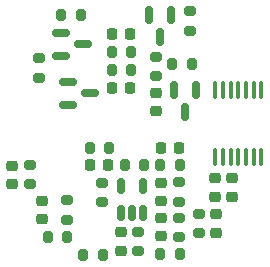
<source format=gbr>
%TF.GenerationSoftware,KiCad,Pcbnew,(6.0.1)*%
%TF.CreationDate,2023-03-20T17:09:28-07:00*%
%TF.ProjectId,NoteDetector,4e6f7465-4465-4746-9563-746f722e6b69,rev?*%
%TF.SameCoordinates,Original*%
%TF.FileFunction,Paste,Top*%
%TF.FilePolarity,Positive*%
%FSLAX46Y46*%
G04 Gerber Fmt 4.6, Leading zero omitted, Abs format (unit mm)*
G04 Created by KiCad (PCBNEW (6.0.1)) date 2023-03-20 17:09:28*
%MOMM*%
%LPD*%
G01*
G04 APERTURE LIST*
G04 Aperture macros list*
%AMRoundRect*
0 Rectangle with rounded corners*
0 $1 Rounding radius*
0 $2 $3 $4 $5 $6 $7 $8 $9 X,Y pos of 4 corners*
0 Add a 4 corners polygon primitive as box body*
4,1,4,$2,$3,$4,$5,$6,$7,$8,$9,$2,$3,0*
0 Add four circle primitives for the rounded corners*
1,1,$1+$1,$2,$3*
1,1,$1+$1,$4,$5*
1,1,$1+$1,$6,$7*
1,1,$1+$1,$8,$9*
0 Add four rect primitives between the rounded corners*
20,1,$1+$1,$2,$3,$4,$5,0*
20,1,$1+$1,$4,$5,$6,$7,0*
20,1,$1+$1,$6,$7,$8,$9,0*
20,1,$1+$1,$8,$9,$2,$3,0*%
G04 Aperture macros list end*
%ADD10RoundRect,0.200000X-0.200000X-0.275000X0.200000X-0.275000X0.200000X0.275000X-0.200000X0.275000X0*%
%ADD11RoundRect,0.200000X0.275000X-0.200000X0.275000X0.200000X-0.275000X0.200000X-0.275000X-0.200000X0*%
%ADD12RoundRect,0.225000X-0.250000X0.225000X-0.250000X-0.225000X0.250000X-0.225000X0.250000X0.225000X0*%
%ADD13RoundRect,0.200000X-0.275000X0.200000X-0.275000X-0.200000X0.275000X-0.200000X0.275000X0.200000X0*%
%ADD14RoundRect,0.225000X0.250000X-0.225000X0.250000X0.225000X-0.250000X0.225000X-0.250000X-0.225000X0*%
%ADD15RoundRect,0.225000X-0.225000X-0.250000X0.225000X-0.250000X0.225000X0.250000X-0.225000X0.250000X0*%
%ADD16RoundRect,0.225000X0.225000X0.250000X-0.225000X0.250000X-0.225000X-0.250000X0.225000X-0.250000X0*%
%ADD17RoundRect,0.200000X0.200000X0.275000X-0.200000X0.275000X-0.200000X-0.275000X0.200000X-0.275000X0*%
%ADD18RoundRect,0.150000X-0.150000X0.587500X-0.150000X-0.587500X0.150000X-0.587500X0.150000X0.587500X0*%
%ADD19RoundRect,0.150000X-0.587500X-0.150000X0.587500X-0.150000X0.587500X0.150000X-0.587500X0.150000X0*%
%ADD20RoundRect,0.150000X0.150000X-0.512500X0.150000X0.512500X-0.150000X0.512500X-0.150000X-0.512500X0*%
%ADD21RoundRect,0.100000X0.100000X-0.637500X0.100000X0.637500X-0.100000X0.637500X-0.100000X-0.637500X0*%
G04 APERTURE END LIST*
D10*
%TO.C,R22*%
X3575000Y5200000D03*
X5225000Y5200000D03*
%TD*%
D11*
%TO.C,R21*%
X5100000Y8025000D03*
X5100000Y9675000D03*
%TD*%
%TO.C,R7*%
X4136384Y-6450000D03*
X4136384Y-4800000D03*
%TD*%
D12*
%TO.C,C8*%
X-813616Y-9050000D03*
X-813616Y-10600000D03*
%TD*%
D10*
%TO.C,R11*%
X-438616Y-3375000D03*
X1211384Y-3375000D03*
%TD*%
D11*
%TO.C,R20*%
X2150000Y4175000D03*
X2150000Y5825000D03*
%TD*%
D13*
%TO.C,R16*%
X-2363616Y-4875000D03*
X-2363616Y-6525000D03*
%TD*%
D14*
%TO.C,C1*%
X-10000000Y-4950000D03*
X-10000000Y-3400000D03*
%TD*%
D15*
%TO.C,C5*%
X-3388616Y-3375000D03*
X-1838616Y-3375000D03*
%TD*%
D13*
%TO.C,R12*%
X5800000Y-7475000D03*
X5800000Y-9125000D03*
%TD*%
D12*
%TO.C,C12*%
X7150000Y-4475000D03*
X7150000Y-6025000D03*
%TD*%
D10*
%TO.C,R17*%
X-4175000Y9350000D03*
X-5825000Y9350000D03*
%TD*%
D11*
%TO.C,R14*%
X686384Y-9000000D03*
X686384Y-10650000D03*
%TD*%
D16*
%TO.C,C7*%
X4161384Y-1875000D03*
X2611384Y-1875000D03*
%TD*%
D17*
%TO.C,R15*%
X-2313616Y-10975000D03*
X-3963616Y-10975000D03*
%TD*%
%TO.C,R18*%
X75000Y4700000D03*
X-1575000Y4700000D03*
%TD*%
D16*
%TO.C,C14*%
X25000Y7700000D03*
X-1525000Y7700000D03*
%TD*%
D12*
%TO.C,C11*%
X8650000Y-4475000D03*
X8650000Y-6025000D03*
%TD*%
D11*
%TO.C,R5*%
X-5338616Y-8000000D03*
X-5338616Y-6350000D03*
%TD*%
%TO.C,R4*%
X-8500000Y-5000000D03*
X-8500000Y-3350000D03*
%TD*%
D14*
%TO.C,C2*%
X-7500000Y-7950000D03*
X-7500000Y-6400000D03*
%TD*%
D10*
%TO.C,R3*%
X-3438616Y-1875000D03*
X-1788616Y-1875000D03*
%TD*%
D12*
%TO.C,C15*%
X2150000Y2775000D03*
X2150000Y1225000D03*
%TD*%
D18*
%TO.C,Q4*%
X3500000Y9387500D03*
X1600000Y9387500D03*
X2550000Y7512500D03*
%TD*%
D14*
%TO.C,C3*%
X2636384Y-6400000D03*
X2636384Y-4850000D03*
%TD*%
D17*
%TO.C,R19*%
X75000Y6200000D03*
X-1575000Y6200000D03*
%TD*%
D19*
%TO.C,Q3*%
X-5887500Y7800000D03*
X-5887500Y5900000D03*
X-4012500Y6850000D03*
%TD*%
D20*
%TO.C,U1*%
X-813616Y-7387500D03*
X136384Y-7387500D03*
X1086384Y-7387500D03*
X1086384Y-5112500D03*
X-813616Y-5112500D03*
%TD*%
D16*
%TO.C,C13*%
X25000Y3200000D03*
X-1525000Y3200000D03*
%TD*%
D11*
%TO.C,R8*%
X4136384Y-9450000D03*
X4136384Y-7800000D03*
%TD*%
D19*
%TO.C,Q2*%
X-5237500Y3650000D03*
X-5237500Y1750000D03*
X-3362500Y2700000D03*
%TD*%
D12*
%TO.C,C6*%
X7300000Y-7525000D03*
X7300000Y-9075000D03*
%TD*%
D10*
%TO.C,R13*%
X2561384Y-3375000D03*
X4211384Y-3375000D03*
%TD*%
D14*
%TO.C,C4*%
X2636384Y-9400000D03*
X2636384Y-7850000D03*
%TD*%
D11*
%TO.C,R1*%
X-7700000Y4025000D03*
X-7700000Y5675000D03*
%TD*%
D17*
%TO.C,R6*%
X4211384Y-10875000D03*
X2561384Y-10875000D03*
%TD*%
D18*
%TO.C,Q1*%
X5600000Y3037500D03*
X3700000Y3037500D03*
X4650000Y1162500D03*
%TD*%
D21*
%TO.C,U2*%
X7200000Y-2712500D03*
X7850000Y-2712500D03*
X8500000Y-2712500D03*
X9150000Y-2712500D03*
X9800000Y-2712500D03*
X10450000Y-2712500D03*
X11100000Y-2712500D03*
X11100000Y3012500D03*
X10450000Y3012500D03*
X9800000Y3012500D03*
X9150000Y3012500D03*
X8500000Y3012500D03*
X7850000Y3012500D03*
X7200000Y3012500D03*
%TD*%
D17*
%TO.C,R2*%
X-5326116Y-9425000D03*
X-6976116Y-9425000D03*
%TD*%
M02*

</source>
